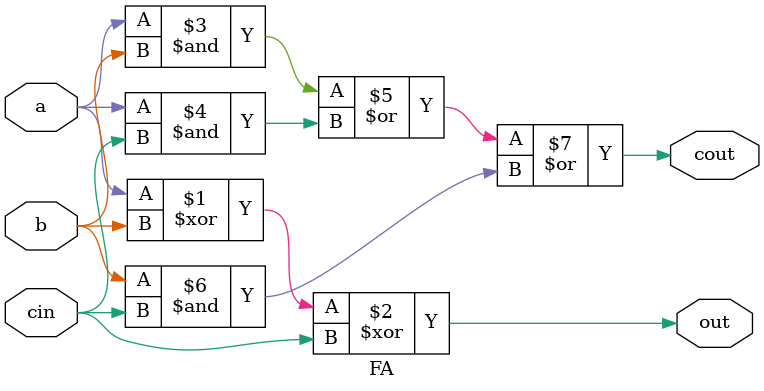
<source format=v>
`timescale 1ns / 1ps


module FA(input a, input b, input cin, output out, output cout);
    assign out = a ^ b ^ cin;
    assign cout = (a & b)| (a & cin) | (b & cin);
endmodule

</source>
